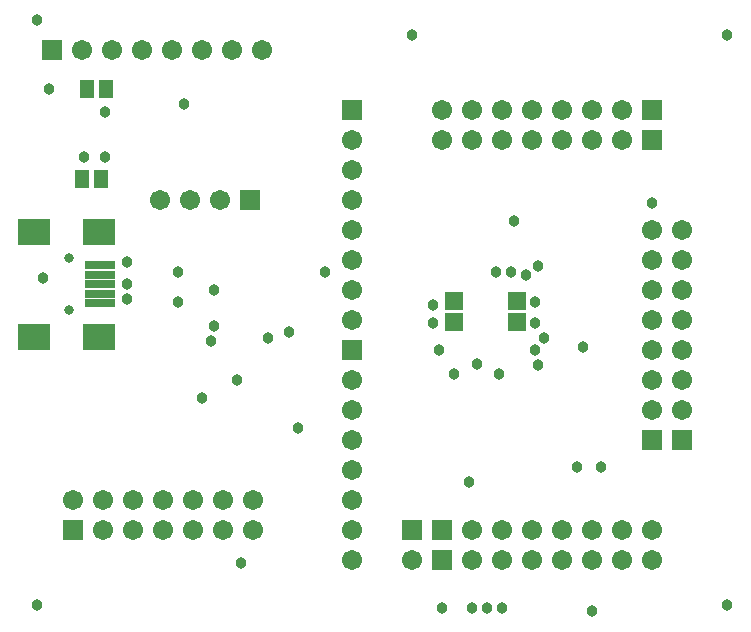
<source format=gbs>
%FSAX25Y25*%
%MOIN*%
G70*
G01*
G75*
G04 Layer_Color=16711935*
%ADD10O,0.06496X0.01181*%
%ADD11R,0.05906X0.05906*%
%ADD12O,0.07480X0.02362*%
%ADD13O,0.08268X0.01772*%
%ADD14R,0.05118X0.03937*%
%ADD15O,0.01181X0.06890*%
%ADD16O,0.06890X0.01181*%
%ADD17R,0.05512X0.05512*%
%ADD18R,0.03937X0.05118*%
%ADD19C,0.01000*%
%ADD20C,0.01400*%
%ADD21C,0.02000*%
%ADD22C,0.01200*%
%ADD23C,0.01600*%
%ADD24C,0.05906*%
%ADD25C,0.02362*%
%ADD26R,0.05906X0.05906*%
%ADD27C,0.03000*%
%ADD28R,0.09843X0.07874*%
%ADD29R,0.09055X0.01969*%
%ADD30C,0.00984*%
%ADD31C,0.02362*%
%ADD32C,0.00787*%
%ADD33C,0.00800*%
%ADD34O,0.07296X0.01981*%
%ADD35R,0.06706X0.06706*%
%ADD36O,0.08280X0.03162*%
%ADD37O,0.09068X0.02572*%
%ADD38R,0.05918X0.04737*%
%ADD39O,0.01981X0.07690*%
%ADD40O,0.07690X0.01981*%
%ADD41R,0.06312X0.06312*%
%ADD42R,0.04737X0.05918*%
%ADD43C,0.06706*%
%ADD44C,0.03162*%
%ADD45R,0.06706X0.06706*%
%ADD46C,0.03800*%
%ADD47R,0.10642X0.08674*%
%ADD48R,0.09855X0.02769*%
D35*
X0350000Y0370000D02*
D03*
X0420000Y0520000D02*
D03*
X0227000Y0380000D02*
D03*
X0286000Y0490000D02*
D03*
X0350000Y0380000D02*
D03*
X0220000Y0540000D02*
D03*
X0420000Y0510000D02*
D03*
D41*
X0354000Y0449457D02*
D03*
X0354000Y0456543D02*
D03*
X0375000Y0449457D02*
D03*
X0375000Y0456543D02*
D03*
D42*
X0236150Y0497000D02*
D03*
X0229850Y0497000D02*
D03*
X0238000Y0527000D02*
D03*
X0231701Y0527000D02*
D03*
D43*
X0360000Y0370000D02*
D03*
X0370000Y0370000D02*
D03*
X0380000Y0370000D02*
D03*
X0390000Y0370000D02*
D03*
X0400000Y0370000D02*
D03*
X0410000Y0370000D02*
D03*
X0420000Y0370000D02*
D03*
X0410000Y0520000D02*
D03*
X0400000Y0520000D02*
D03*
X0390000Y0520000D02*
D03*
X0380000Y0520000D02*
D03*
X0370000Y0520000D02*
D03*
X0360000Y0520000D02*
D03*
X0350000Y0520000D02*
D03*
X0227000Y0390000D02*
D03*
X0237000Y0380000D02*
D03*
X0237000Y0390000D02*
D03*
X0247000Y0380000D02*
D03*
X0247000Y0390000D02*
D03*
X0257000Y0380000D02*
D03*
X0257000Y0390000D02*
D03*
X0267000Y0380000D02*
D03*
X0267000Y0390000D02*
D03*
X0277000Y0380000D02*
D03*
X0277000Y0390000D02*
D03*
X0287000Y0380000D02*
D03*
X0287000Y0390000D02*
D03*
X0256000Y0490000D02*
D03*
X0266000Y0490000D02*
D03*
X0276000Y0490000D02*
D03*
X0420000Y0420000D02*
D03*
X0420000Y0430000D02*
D03*
X0420000Y0440000D02*
D03*
X0420000Y0450000D02*
D03*
X0420000Y0460000D02*
D03*
X0420000Y0470000D02*
D03*
X0420000Y0480000D02*
D03*
X0360000Y0380000D02*
D03*
X0370000Y0380000D02*
D03*
X0380000Y0380000D02*
D03*
X0390000Y0380000D02*
D03*
X0400000Y0380000D02*
D03*
X0410000Y0380000D02*
D03*
X0420000Y0380000D02*
D03*
X0320000Y0430000D02*
D03*
X0320000Y0420000D02*
D03*
X0320000Y0410000D02*
D03*
X0320000Y0400000D02*
D03*
X0320000Y0390000D02*
D03*
X0320000Y0380000D02*
D03*
X0320000Y0370000D02*
D03*
X0230000Y0540000D02*
D03*
X0240000Y0540000D02*
D03*
X0250000Y0540000D02*
D03*
X0260000Y0540000D02*
D03*
X0270000Y0540000D02*
D03*
X0280000Y0540000D02*
D03*
X0290000Y0540000D02*
D03*
X0320000Y0510000D02*
D03*
X0320000Y0500000D02*
D03*
X0320000Y0490000D02*
D03*
X0320000Y0480000D02*
D03*
X0320000Y0470000D02*
D03*
X0320000Y0460000D02*
D03*
X0320000Y0450000D02*
D03*
X0410000Y0510000D02*
D03*
X0400000Y0510000D02*
D03*
X0390000Y0510000D02*
D03*
X0380000Y0510000D02*
D03*
X0370000Y0510000D02*
D03*
X0360000Y0510000D02*
D03*
X0350000Y0510000D02*
D03*
X0430000Y0420000D02*
D03*
X0430000Y0430000D02*
D03*
X0430000Y0440000D02*
D03*
X0430000Y0450000D02*
D03*
X0430000Y0460000D02*
D03*
X0430000Y0470000D02*
D03*
X0430000Y0480000D02*
D03*
X0340000Y0370000D02*
D03*
D44*
X0225669Y0453339D02*
D03*
X0225669Y0470661D02*
D03*
D45*
X0420000Y0410000D02*
D03*
X0320000Y0440000D02*
D03*
X0320000Y0520000D02*
D03*
X0430000Y0410000D02*
D03*
X0340000Y0380000D02*
D03*
D46*
X0270000Y0424000D02*
D03*
X0361639Y0435361D02*
D03*
X0381000Y0449000D02*
D03*
X0381000Y0456000D02*
D03*
X0299000Y0446000D02*
D03*
X0274000Y0460000D02*
D03*
X0274000Y0448000D02*
D03*
X0370000Y0354000D02*
D03*
X0360000Y0354000D02*
D03*
X0350000Y0354000D02*
D03*
X0382000Y0435000D02*
D03*
X0381000Y0440000D02*
D03*
X0384000Y0444000D02*
D03*
X0397000Y0441000D02*
D03*
X0347000Y0455000D02*
D03*
X0420000Y0489000D02*
D03*
X0403000Y0401000D02*
D03*
X0395000Y0401000D02*
D03*
X0264000Y0522000D02*
D03*
X0369000Y0432000D02*
D03*
X0354000Y0432000D02*
D03*
X0281583Y0430000D02*
D03*
X0382000Y0468000D02*
D03*
X0378000Y0465000D02*
D03*
X0373000Y0466000D02*
D03*
X0374000Y0483000D02*
D03*
X0368000Y0466000D02*
D03*
X0292000Y0444000D02*
D03*
X0273000Y0443000D02*
D03*
X0219000Y0527000D02*
D03*
X0230500Y0504500D02*
D03*
X0237500Y0504500D02*
D03*
X0237500Y0519500D02*
D03*
X0262000Y0456000D02*
D03*
X0245000Y0457000D02*
D03*
X0245000Y0462000D02*
D03*
X0245000Y0469500D02*
D03*
X0262000Y0466000D02*
D03*
X0347000Y0449000D02*
D03*
X0359000Y0396000D02*
D03*
X0400000Y0353000D02*
D03*
X0445000Y0355000D02*
D03*
X0445000Y0545000D02*
D03*
X0215000Y0550000D02*
D03*
X0217000Y0464000D02*
D03*
X0215000Y0355000D02*
D03*
X0283000Y0369000D02*
D03*
X0302000Y0414000D02*
D03*
X0349000Y0440000D02*
D03*
X0311000Y0466000D02*
D03*
X0365000Y0354000D02*
D03*
X0340000Y0545000D02*
D03*
D47*
X0235512Y0479520D02*
D03*
X0235512Y0444480D02*
D03*
X0213858Y0444480D02*
D03*
X0213858Y0479520D02*
D03*
D48*
X0235906Y0468299D02*
D03*
X0235906Y0465149D02*
D03*
X0235906Y0462000D02*
D03*
X0235906Y0458850D02*
D03*
X0235906Y0455701D02*
D03*
M02*

</source>
